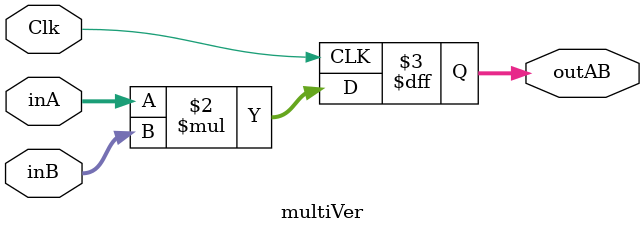
<source format=v>
`timescale 1ns / 1ps


module multiVer(Clk, inA, inB, outAB);
//declare input and output
    input Clk;
    input signed [64:0] inA;
    input signed [64:0] inB;
    output signed [130:0] outAB;
//declare the sine ROM - 30 registers each 8 bit wide.  

    wire Clk;
    wire signed [64:0] inA;
    wire signed [64:0] inB;
    reg signed [130:0] outAB;
//Initialize the sine rom with samples. 

    //At every positive edge of the clock, output a sine wave sample.
    always@ (posedge(Clk))
    begin
        outAB = inA*inB;
    end

endmodule


</source>
